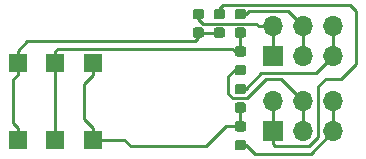
<source format=gbr>
G04 #@! TF.GenerationSoftware,KiCad,Pcbnew,(5.1.5)-3*
G04 #@! TF.CreationDate,2020-05-24T09:41:01+02:00*
G04 #@! TF.ProjectId,RiserBoard,52697365-7242-46f6-9172-642e6b696361,v0.0*
G04 #@! TF.SameCoordinates,Original*
G04 #@! TF.FileFunction,Copper,L1,Top*
G04 #@! TF.FilePolarity,Positive*
%FSLAX46Y46*%
G04 Gerber Fmt 4.6, Leading zero omitted, Abs format (unit mm)*
G04 Created by KiCad (PCBNEW (5.1.5)-3) date 2020-05-24 09:41:01*
%MOMM*%
%LPD*%
G04 APERTURE LIST*
%ADD10R,1.500000X1.500000*%
%ADD11R,1.700000X1.700000*%
%ADD12O,1.700000X1.700000*%
%ADD13C,0.100000*%
%ADD14C,0.250000*%
G04 APERTURE END LIST*
D10*
X134605000Y-88825000D03*
X134605000Y-95325000D03*
X131405000Y-88825000D03*
X131405000Y-95325000D03*
X128205000Y-88825000D03*
X128205000Y-95325000D03*
D11*
X149860000Y-94615000D03*
D12*
X149860000Y-92075000D03*
X152400000Y-94615000D03*
X152400000Y-92075000D03*
X154940000Y-94615000D03*
X154940000Y-92075000D03*
X154940000Y-85725000D03*
X154940000Y-88265000D03*
X152400000Y-85725000D03*
X152400000Y-88265000D03*
X149860000Y-85725000D03*
D11*
X149860000Y-88265000D03*
G04 #@! TA.AperFunction,SMDPad,CuDef*
D13*
G36*
X145565691Y-84247053D02*
G01*
X145586926Y-84250203D01*
X145607750Y-84255419D01*
X145627962Y-84262651D01*
X145647368Y-84271830D01*
X145665781Y-84282866D01*
X145683024Y-84295654D01*
X145698930Y-84310070D01*
X145713346Y-84325976D01*
X145726134Y-84343219D01*
X145737170Y-84361632D01*
X145746349Y-84381038D01*
X145753581Y-84401250D01*
X145758797Y-84422074D01*
X145761947Y-84443309D01*
X145763000Y-84464750D01*
X145763000Y-84902250D01*
X145761947Y-84923691D01*
X145758797Y-84944926D01*
X145753581Y-84965750D01*
X145746349Y-84985962D01*
X145737170Y-85005368D01*
X145726134Y-85023781D01*
X145713346Y-85041024D01*
X145698930Y-85056930D01*
X145683024Y-85071346D01*
X145665781Y-85084134D01*
X145647368Y-85095170D01*
X145627962Y-85104349D01*
X145607750Y-85111581D01*
X145586926Y-85116797D01*
X145565691Y-85119947D01*
X145544250Y-85121000D01*
X145031750Y-85121000D01*
X145010309Y-85119947D01*
X144989074Y-85116797D01*
X144968250Y-85111581D01*
X144948038Y-85104349D01*
X144928632Y-85095170D01*
X144910219Y-85084134D01*
X144892976Y-85071346D01*
X144877070Y-85056930D01*
X144862654Y-85041024D01*
X144849866Y-85023781D01*
X144838830Y-85005368D01*
X144829651Y-84985962D01*
X144822419Y-84965750D01*
X144817203Y-84944926D01*
X144814053Y-84923691D01*
X144813000Y-84902250D01*
X144813000Y-84464750D01*
X144814053Y-84443309D01*
X144817203Y-84422074D01*
X144822419Y-84401250D01*
X144829651Y-84381038D01*
X144838830Y-84361632D01*
X144849866Y-84343219D01*
X144862654Y-84325976D01*
X144877070Y-84310070D01*
X144892976Y-84295654D01*
X144910219Y-84282866D01*
X144928632Y-84271830D01*
X144948038Y-84262651D01*
X144968250Y-84255419D01*
X144989074Y-84250203D01*
X145010309Y-84247053D01*
X145031750Y-84246000D01*
X145544250Y-84246000D01*
X145565691Y-84247053D01*
G37*
G04 #@! TD.AperFunction*
G04 #@! TA.AperFunction,SMDPad,CuDef*
G36*
X145565691Y-85822053D02*
G01*
X145586926Y-85825203D01*
X145607750Y-85830419D01*
X145627962Y-85837651D01*
X145647368Y-85846830D01*
X145665781Y-85857866D01*
X145683024Y-85870654D01*
X145698930Y-85885070D01*
X145713346Y-85900976D01*
X145726134Y-85918219D01*
X145737170Y-85936632D01*
X145746349Y-85956038D01*
X145753581Y-85976250D01*
X145758797Y-85997074D01*
X145761947Y-86018309D01*
X145763000Y-86039750D01*
X145763000Y-86477250D01*
X145761947Y-86498691D01*
X145758797Y-86519926D01*
X145753581Y-86540750D01*
X145746349Y-86560962D01*
X145737170Y-86580368D01*
X145726134Y-86598781D01*
X145713346Y-86616024D01*
X145698930Y-86631930D01*
X145683024Y-86646346D01*
X145665781Y-86659134D01*
X145647368Y-86670170D01*
X145627962Y-86679349D01*
X145607750Y-86686581D01*
X145586926Y-86691797D01*
X145565691Y-86694947D01*
X145544250Y-86696000D01*
X145031750Y-86696000D01*
X145010309Y-86694947D01*
X144989074Y-86691797D01*
X144968250Y-86686581D01*
X144948038Y-86679349D01*
X144928632Y-86670170D01*
X144910219Y-86659134D01*
X144892976Y-86646346D01*
X144877070Y-86631930D01*
X144862654Y-86616024D01*
X144849866Y-86598781D01*
X144838830Y-86580368D01*
X144829651Y-86560962D01*
X144822419Y-86540750D01*
X144817203Y-86519926D01*
X144814053Y-86498691D01*
X144813000Y-86477250D01*
X144813000Y-86039750D01*
X144814053Y-86018309D01*
X144817203Y-85997074D01*
X144822419Y-85976250D01*
X144829651Y-85956038D01*
X144838830Y-85936632D01*
X144849866Y-85918219D01*
X144862654Y-85900976D01*
X144877070Y-85885070D01*
X144892976Y-85870654D01*
X144910219Y-85857866D01*
X144928632Y-85846830D01*
X144948038Y-85837651D01*
X144968250Y-85830419D01*
X144989074Y-85825203D01*
X145010309Y-85822053D01*
X145031750Y-85821000D01*
X145544250Y-85821000D01*
X145565691Y-85822053D01*
G37*
G04 #@! TD.AperFunction*
G04 #@! TA.AperFunction,SMDPad,CuDef*
G36*
X143787691Y-84247053D02*
G01*
X143808926Y-84250203D01*
X143829750Y-84255419D01*
X143849962Y-84262651D01*
X143869368Y-84271830D01*
X143887781Y-84282866D01*
X143905024Y-84295654D01*
X143920930Y-84310070D01*
X143935346Y-84325976D01*
X143948134Y-84343219D01*
X143959170Y-84361632D01*
X143968349Y-84381038D01*
X143975581Y-84401250D01*
X143980797Y-84422074D01*
X143983947Y-84443309D01*
X143985000Y-84464750D01*
X143985000Y-84902250D01*
X143983947Y-84923691D01*
X143980797Y-84944926D01*
X143975581Y-84965750D01*
X143968349Y-84985962D01*
X143959170Y-85005368D01*
X143948134Y-85023781D01*
X143935346Y-85041024D01*
X143920930Y-85056930D01*
X143905024Y-85071346D01*
X143887781Y-85084134D01*
X143869368Y-85095170D01*
X143849962Y-85104349D01*
X143829750Y-85111581D01*
X143808926Y-85116797D01*
X143787691Y-85119947D01*
X143766250Y-85121000D01*
X143253750Y-85121000D01*
X143232309Y-85119947D01*
X143211074Y-85116797D01*
X143190250Y-85111581D01*
X143170038Y-85104349D01*
X143150632Y-85095170D01*
X143132219Y-85084134D01*
X143114976Y-85071346D01*
X143099070Y-85056930D01*
X143084654Y-85041024D01*
X143071866Y-85023781D01*
X143060830Y-85005368D01*
X143051651Y-84985962D01*
X143044419Y-84965750D01*
X143039203Y-84944926D01*
X143036053Y-84923691D01*
X143035000Y-84902250D01*
X143035000Y-84464750D01*
X143036053Y-84443309D01*
X143039203Y-84422074D01*
X143044419Y-84401250D01*
X143051651Y-84381038D01*
X143060830Y-84361632D01*
X143071866Y-84343219D01*
X143084654Y-84325976D01*
X143099070Y-84310070D01*
X143114976Y-84295654D01*
X143132219Y-84282866D01*
X143150632Y-84271830D01*
X143170038Y-84262651D01*
X143190250Y-84255419D01*
X143211074Y-84250203D01*
X143232309Y-84247053D01*
X143253750Y-84246000D01*
X143766250Y-84246000D01*
X143787691Y-84247053D01*
G37*
G04 #@! TD.AperFunction*
G04 #@! TA.AperFunction,SMDPad,CuDef*
G36*
X143787691Y-85822053D02*
G01*
X143808926Y-85825203D01*
X143829750Y-85830419D01*
X143849962Y-85837651D01*
X143869368Y-85846830D01*
X143887781Y-85857866D01*
X143905024Y-85870654D01*
X143920930Y-85885070D01*
X143935346Y-85900976D01*
X143948134Y-85918219D01*
X143959170Y-85936632D01*
X143968349Y-85956038D01*
X143975581Y-85976250D01*
X143980797Y-85997074D01*
X143983947Y-86018309D01*
X143985000Y-86039750D01*
X143985000Y-86477250D01*
X143983947Y-86498691D01*
X143980797Y-86519926D01*
X143975581Y-86540750D01*
X143968349Y-86560962D01*
X143959170Y-86580368D01*
X143948134Y-86598781D01*
X143935346Y-86616024D01*
X143920930Y-86631930D01*
X143905024Y-86646346D01*
X143887781Y-86659134D01*
X143869368Y-86670170D01*
X143849962Y-86679349D01*
X143829750Y-86686581D01*
X143808926Y-86691797D01*
X143787691Y-86694947D01*
X143766250Y-86696000D01*
X143253750Y-86696000D01*
X143232309Y-86694947D01*
X143211074Y-86691797D01*
X143190250Y-86686581D01*
X143170038Y-86679349D01*
X143150632Y-86670170D01*
X143132219Y-86659134D01*
X143114976Y-86646346D01*
X143099070Y-86631930D01*
X143084654Y-86616024D01*
X143071866Y-86598781D01*
X143060830Y-86580368D01*
X143051651Y-86560962D01*
X143044419Y-86540750D01*
X143039203Y-86519926D01*
X143036053Y-86498691D01*
X143035000Y-86477250D01*
X143035000Y-86039750D01*
X143036053Y-86018309D01*
X143039203Y-85997074D01*
X143044419Y-85976250D01*
X143051651Y-85956038D01*
X143060830Y-85936632D01*
X143071866Y-85918219D01*
X143084654Y-85900976D01*
X143099070Y-85885070D01*
X143114976Y-85870654D01*
X143132219Y-85857866D01*
X143150632Y-85846830D01*
X143170038Y-85837651D01*
X143190250Y-85830419D01*
X143211074Y-85825203D01*
X143232309Y-85822053D01*
X143253750Y-85821000D01*
X143766250Y-85821000D01*
X143787691Y-85822053D01*
G37*
G04 #@! TD.AperFunction*
G04 #@! TA.AperFunction,SMDPad,CuDef*
G36*
X147343691Y-95347053D02*
G01*
X147364926Y-95350203D01*
X147385750Y-95355419D01*
X147405962Y-95362651D01*
X147425368Y-95371830D01*
X147443781Y-95382866D01*
X147461024Y-95395654D01*
X147476930Y-95410070D01*
X147491346Y-95425976D01*
X147504134Y-95443219D01*
X147515170Y-95461632D01*
X147524349Y-95481038D01*
X147531581Y-95501250D01*
X147536797Y-95522074D01*
X147539947Y-95543309D01*
X147541000Y-95564750D01*
X147541000Y-96002250D01*
X147539947Y-96023691D01*
X147536797Y-96044926D01*
X147531581Y-96065750D01*
X147524349Y-96085962D01*
X147515170Y-96105368D01*
X147504134Y-96123781D01*
X147491346Y-96141024D01*
X147476930Y-96156930D01*
X147461024Y-96171346D01*
X147443781Y-96184134D01*
X147425368Y-96195170D01*
X147405962Y-96204349D01*
X147385750Y-96211581D01*
X147364926Y-96216797D01*
X147343691Y-96219947D01*
X147322250Y-96221000D01*
X146809750Y-96221000D01*
X146788309Y-96219947D01*
X146767074Y-96216797D01*
X146746250Y-96211581D01*
X146726038Y-96204349D01*
X146706632Y-96195170D01*
X146688219Y-96184134D01*
X146670976Y-96171346D01*
X146655070Y-96156930D01*
X146640654Y-96141024D01*
X146627866Y-96123781D01*
X146616830Y-96105368D01*
X146607651Y-96085962D01*
X146600419Y-96065750D01*
X146595203Y-96044926D01*
X146592053Y-96023691D01*
X146591000Y-96002250D01*
X146591000Y-95564750D01*
X146592053Y-95543309D01*
X146595203Y-95522074D01*
X146600419Y-95501250D01*
X146607651Y-95481038D01*
X146616830Y-95461632D01*
X146627866Y-95443219D01*
X146640654Y-95425976D01*
X146655070Y-95410070D01*
X146670976Y-95395654D01*
X146688219Y-95382866D01*
X146706632Y-95371830D01*
X146726038Y-95362651D01*
X146746250Y-95355419D01*
X146767074Y-95350203D01*
X146788309Y-95347053D01*
X146809750Y-95346000D01*
X147322250Y-95346000D01*
X147343691Y-95347053D01*
G37*
G04 #@! TD.AperFunction*
G04 #@! TA.AperFunction,SMDPad,CuDef*
G36*
X147343691Y-93772053D02*
G01*
X147364926Y-93775203D01*
X147385750Y-93780419D01*
X147405962Y-93787651D01*
X147425368Y-93796830D01*
X147443781Y-93807866D01*
X147461024Y-93820654D01*
X147476930Y-93835070D01*
X147491346Y-93850976D01*
X147504134Y-93868219D01*
X147515170Y-93886632D01*
X147524349Y-93906038D01*
X147531581Y-93926250D01*
X147536797Y-93947074D01*
X147539947Y-93968309D01*
X147541000Y-93989750D01*
X147541000Y-94427250D01*
X147539947Y-94448691D01*
X147536797Y-94469926D01*
X147531581Y-94490750D01*
X147524349Y-94510962D01*
X147515170Y-94530368D01*
X147504134Y-94548781D01*
X147491346Y-94566024D01*
X147476930Y-94581930D01*
X147461024Y-94596346D01*
X147443781Y-94609134D01*
X147425368Y-94620170D01*
X147405962Y-94629349D01*
X147385750Y-94636581D01*
X147364926Y-94641797D01*
X147343691Y-94644947D01*
X147322250Y-94646000D01*
X146809750Y-94646000D01*
X146788309Y-94644947D01*
X146767074Y-94641797D01*
X146746250Y-94636581D01*
X146726038Y-94629349D01*
X146706632Y-94620170D01*
X146688219Y-94609134D01*
X146670976Y-94596346D01*
X146655070Y-94581930D01*
X146640654Y-94566024D01*
X146627866Y-94548781D01*
X146616830Y-94530368D01*
X146607651Y-94510962D01*
X146600419Y-94490750D01*
X146595203Y-94469926D01*
X146592053Y-94448691D01*
X146591000Y-94427250D01*
X146591000Y-93989750D01*
X146592053Y-93968309D01*
X146595203Y-93947074D01*
X146600419Y-93926250D01*
X146607651Y-93906038D01*
X146616830Y-93886632D01*
X146627866Y-93868219D01*
X146640654Y-93850976D01*
X146655070Y-93835070D01*
X146670976Y-93820654D01*
X146688219Y-93807866D01*
X146706632Y-93796830D01*
X146726038Y-93787651D01*
X146746250Y-93780419D01*
X146767074Y-93775203D01*
X146788309Y-93772053D01*
X146809750Y-93771000D01*
X147322250Y-93771000D01*
X147343691Y-93772053D01*
G37*
G04 #@! TD.AperFunction*
G04 #@! TA.AperFunction,SMDPad,CuDef*
G36*
X147343691Y-90597053D02*
G01*
X147364926Y-90600203D01*
X147385750Y-90605419D01*
X147405962Y-90612651D01*
X147425368Y-90621830D01*
X147443781Y-90632866D01*
X147461024Y-90645654D01*
X147476930Y-90660070D01*
X147491346Y-90675976D01*
X147504134Y-90693219D01*
X147515170Y-90711632D01*
X147524349Y-90731038D01*
X147531581Y-90751250D01*
X147536797Y-90772074D01*
X147539947Y-90793309D01*
X147541000Y-90814750D01*
X147541000Y-91252250D01*
X147539947Y-91273691D01*
X147536797Y-91294926D01*
X147531581Y-91315750D01*
X147524349Y-91335962D01*
X147515170Y-91355368D01*
X147504134Y-91373781D01*
X147491346Y-91391024D01*
X147476930Y-91406930D01*
X147461024Y-91421346D01*
X147443781Y-91434134D01*
X147425368Y-91445170D01*
X147405962Y-91454349D01*
X147385750Y-91461581D01*
X147364926Y-91466797D01*
X147343691Y-91469947D01*
X147322250Y-91471000D01*
X146809750Y-91471000D01*
X146788309Y-91469947D01*
X146767074Y-91466797D01*
X146746250Y-91461581D01*
X146726038Y-91454349D01*
X146706632Y-91445170D01*
X146688219Y-91434134D01*
X146670976Y-91421346D01*
X146655070Y-91406930D01*
X146640654Y-91391024D01*
X146627866Y-91373781D01*
X146616830Y-91355368D01*
X146607651Y-91335962D01*
X146600419Y-91315750D01*
X146595203Y-91294926D01*
X146592053Y-91273691D01*
X146591000Y-91252250D01*
X146591000Y-90814750D01*
X146592053Y-90793309D01*
X146595203Y-90772074D01*
X146600419Y-90751250D01*
X146607651Y-90731038D01*
X146616830Y-90711632D01*
X146627866Y-90693219D01*
X146640654Y-90675976D01*
X146655070Y-90660070D01*
X146670976Y-90645654D01*
X146688219Y-90632866D01*
X146706632Y-90621830D01*
X146726038Y-90612651D01*
X146746250Y-90605419D01*
X146767074Y-90600203D01*
X146788309Y-90597053D01*
X146809750Y-90596000D01*
X147322250Y-90596000D01*
X147343691Y-90597053D01*
G37*
G04 #@! TD.AperFunction*
G04 #@! TA.AperFunction,SMDPad,CuDef*
G36*
X147343691Y-92172053D02*
G01*
X147364926Y-92175203D01*
X147385750Y-92180419D01*
X147405962Y-92187651D01*
X147425368Y-92196830D01*
X147443781Y-92207866D01*
X147461024Y-92220654D01*
X147476930Y-92235070D01*
X147491346Y-92250976D01*
X147504134Y-92268219D01*
X147515170Y-92286632D01*
X147524349Y-92306038D01*
X147531581Y-92326250D01*
X147536797Y-92347074D01*
X147539947Y-92368309D01*
X147541000Y-92389750D01*
X147541000Y-92827250D01*
X147539947Y-92848691D01*
X147536797Y-92869926D01*
X147531581Y-92890750D01*
X147524349Y-92910962D01*
X147515170Y-92930368D01*
X147504134Y-92948781D01*
X147491346Y-92966024D01*
X147476930Y-92981930D01*
X147461024Y-92996346D01*
X147443781Y-93009134D01*
X147425368Y-93020170D01*
X147405962Y-93029349D01*
X147385750Y-93036581D01*
X147364926Y-93041797D01*
X147343691Y-93044947D01*
X147322250Y-93046000D01*
X146809750Y-93046000D01*
X146788309Y-93044947D01*
X146767074Y-93041797D01*
X146746250Y-93036581D01*
X146726038Y-93029349D01*
X146706632Y-93020170D01*
X146688219Y-93009134D01*
X146670976Y-92996346D01*
X146655070Y-92981930D01*
X146640654Y-92966024D01*
X146627866Y-92948781D01*
X146616830Y-92930368D01*
X146607651Y-92910962D01*
X146600419Y-92890750D01*
X146595203Y-92869926D01*
X146592053Y-92848691D01*
X146591000Y-92827250D01*
X146591000Y-92389750D01*
X146592053Y-92368309D01*
X146595203Y-92347074D01*
X146600419Y-92326250D01*
X146607651Y-92306038D01*
X146616830Y-92286632D01*
X146627866Y-92268219D01*
X146640654Y-92250976D01*
X146655070Y-92235070D01*
X146670976Y-92220654D01*
X146688219Y-92207866D01*
X146706632Y-92196830D01*
X146726038Y-92187651D01*
X146746250Y-92180419D01*
X146767074Y-92175203D01*
X146788309Y-92172053D01*
X146809750Y-92171000D01*
X147322250Y-92171000D01*
X147343691Y-92172053D01*
G37*
G04 #@! TD.AperFunction*
G04 #@! TA.AperFunction,SMDPad,CuDef*
G36*
X147343691Y-88997053D02*
G01*
X147364926Y-89000203D01*
X147385750Y-89005419D01*
X147405962Y-89012651D01*
X147425368Y-89021830D01*
X147443781Y-89032866D01*
X147461024Y-89045654D01*
X147476930Y-89060070D01*
X147491346Y-89075976D01*
X147504134Y-89093219D01*
X147515170Y-89111632D01*
X147524349Y-89131038D01*
X147531581Y-89151250D01*
X147536797Y-89172074D01*
X147539947Y-89193309D01*
X147541000Y-89214750D01*
X147541000Y-89652250D01*
X147539947Y-89673691D01*
X147536797Y-89694926D01*
X147531581Y-89715750D01*
X147524349Y-89735962D01*
X147515170Y-89755368D01*
X147504134Y-89773781D01*
X147491346Y-89791024D01*
X147476930Y-89806930D01*
X147461024Y-89821346D01*
X147443781Y-89834134D01*
X147425368Y-89845170D01*
X147405962Y-89854349D01*
X147385750Y-89861581D01*
X147364926Y-89866797D01*
X147343691Y-89869947D01*
X147322250Y-89871000D01*
X146809750Y-89871000D01*
X146788309Y-89869947D01*
X146767074Y-89866797D01*
X146746250Y-89861581D01*
X146726038Y-89854349D01*
X146706632Y-89845170D01*
X146688219Y-89834134D01*
X146670976Y-89821346D01*
X146655070Y-89806930D01*
X146640654Y-89791024D01*
X146627866Y-89773781D01*
X146616830Y-89755368D01*
X146607651Y-89735962D01*
X146600419Y-89715750D01*
X146595203Y-89694926D01*
X146592053Y-89673691D01*
X146591000Y-89652250D01*
X146591000Y-89214750D01*
X146592053Y-89193309D01*
X146595203Y-89172074D01*
X146600419Y-89151250D01*
X146607651Y-89131038D01*
X146616830Y-89111632D01*
X146627866Y-89093219D01*
X146640654Y-89075976D01*
X146655070Y-89060070D01*
X146670976Y-89045654D01*
X146688219Y-89032866D01*
X146706632Y-89021830D01*
X146726038Y-89012651D01*
X146746250Y-89005419D01*
X146767074Y-89000203D01*
X146788309Y-88997053D01*
X146809750Y-88996000D01*
X147322250Y-88996000D01*
X147343691Y-88997053D01*
G37*
G04 #@! TD.AperFunction*
G04 #@! TA.AperFunction,SMDPad,CuDef*
G36*
X147343691Y-87422053D02*
G01*
X147364926Y-87425203D01*
X147385750Y-87430419D01*
X147405962Y-87437651D01*
X147425368Y-87446830D01*
X147443781Y-87457866D01*
X147461024Y-87470654D01*
X147476930Y-87485070D01*
X147491346Y-87500976D01*
X147504134Y-87518219D01*
X147515170Y-87536632D01*
X147524349Y-87556038D01*
X147531581Y-87576250D01*
X147536797Y-87597074D01*
X147539947Y-87618309D01*
X147541000Y-87639750D01*
X147541000Y-88077250D01*
X147539947Y-88098691D01*
X147536797Y-88119926D01*
X147531581Y-88140750D01*
X147524349Y-88160962D01*
X147515170Y-88180368D01*
X147504134Y-88198781D01*
X147491346Y-88216024D01*
X147476930Y-88231930D01*
X147461024Y-88246346D01*
X147443781Y-88259134D01*
X147425368Y-88270170D01*
X147405962Y-88279349D01*
X147385750Y-88286581D01*
X147364926Y-88291797D01*
X147343691Y-88294947D01*
X147322250Y-88296000D01*
X146809750Y-88296000D01*
X146788309Y-88294947D01*
X146767074Y-88291797D01*
X146746250Y-88286581D01*
X146726038Y-88279349D01*
X146706632Y-88270170D01*
X146688219Y-88259134D01*
X146670976Y-88246346D01*
X146655070Y-88231930D01*
X146640654Y-88216024D01*
X146627866Y-88198781D01*
X146616830Y-88180368D01*
X146607651Y-88160962D01*
X146600419Y-88140750D01*
X146595203Y-88119926D01*
X146592053Y-88098691D01*
X146591000Y-88077250D01*
X146591000Y-87639750D01*
X146592053Y-87618309D01*
X146595203Y-87597074D01*
X146600419Y-87576250D01*
X146607651Y-87556038D01*
X146616830Y-87536632D01*
X146627866Y-87518219D01*
X146640654Y-87500976D01*
X146655070Y-87485070D01*
X146670976Y-87470654D01*
X146688219Y-87457866D01*
X146706632Y-87446830D01*
X146726038Y-87437651D01*
X146746250Y-87430419D01*
X146767074Y-87425203D01*
X146788309Y-87422053D01*
X146809750Y-87421000D01*
X147322250Y-87421000D01*
X147343691Y-87422053D01*
G37*
G04 #@! TD.AperFunction*
G04 #@! TA.AperFunction,SMDPad,CuDef*
G36*
X147343691Y-84247053D02*
G01*
X147364926Y-84250203D01*
X147385750Y-84255419D01*
X147405962Y-84262651D01*
X147425368Y-84271830D01*
X147443781Y-84282866D01*
X147461024Y-84295654D01*
X147476930Y-84310070D01*
X147491346Y-84325976D01*
X147504134Y-84343219D01*
X147515170Y-84361632D01*
X147524349Y-84381038D01*
X147531581Y-84401250D01*
X147536797Y-84422074D01*
X147539947Y-84443309D01*
X147541000Y-84464750D01*
X147541000Y-84902250D01*
X147539947Y-84923691D01*
X147536797Y-84944926D01*
X147531581Y-84965750D01*
X147524349Y-84985962D01*
X147515170Y-85005368D01*
X147504134Y-85023781D01*
X147491346Y-85041024D01*
X147476930Y-85056930D01*
X147461024Y-85071346D01*
X147443781Y-85084134D01*
X147425368Y-85095170D01*
X147405962Y-85104349D01*
X147385750Y-85111581D01*
X147364926Y-85116797D01*
X147343691Y-85119947D01*
X147322250Y-85121000D01*
X146809750Y-85121000D01*
X146788309Y-85119947D01*
X146767074Y-85116797D01*
X146746250Y-85111581D01*
X146726038Y-85104349D01*
X146706632Y-85095170D01*
X146688219Y-85084134D01*
X146670976Y-85071346D01*
X146655070Y-85056930D01*
X146640654Y-85041024D01*
X146627866Y-85023781D01*
X146616830Y-85005368D01*
X146607651Y-84985962D01*
X146600419Y-84965750D01*
X146595203Y-84944926D01*
X146592053Y-84923691D01*
X146591000Y-84902250D01*
X146591000Y-84464750D01*
X146592053Y-84443309D01*
X146595203Y-84422074D01*
X146600419Y-84401250D01*
X146607651Y-84381038D01*
X146616830Y-84361632D01*
X146627866Y-84343219D01*
X146640654Y-84325976D01*
X146655070Y-84310070D01*
X146670976Y-84295654D01*
X146688219Y-84282866D01*
X146706632Y-84271830D01*
X146726038Y-84262651D01*
X146746250Y-84255419D01*
X146767074Y-84250203D01*
X146788309Y-84247053D01*
X146809750Y-84246000D01*
X147322250Y-84246000D01*
X147343691Y-84247053D01*
G37*
G04 #@! TD.AperFunction*
G04 #@! TA.AperFunction,SMDPad,CuDef*
G36*
X147343691Y-85822053D02*
G01*
X147364926Y-85825203D01*
X147385750Y-85830419D01*
X147405962Y-85837651D01*
X147425368Y-85846830D01*
X147443781Y-85857866D01*
X147461024Y-85870654D01*
X147476930Y-85885070D01*
X147491346Y-85900976D01*
X147504134Y-85918219D01*
X147515170Y-85936632D01*
X147524349Y-85956038D01*
X147531581Y-85976250D01*
X147536797Y-85997074D01*
X147539947Y-86018309D01*
X147541000Y-86039750D01*
X147541000Y-86477250D01*
X147539947Y-86498691D01*
X147536797Y-86519926D01*
X147531581Y-86540750D01*
X147524349Y-86560962D01*
X147515170Y-86580368D01*
X147504134Y-86598781D01*
X147491346Y-86616024D01*
X147476930Y-86631930D01*
X147461024Y-86646346D01*
X147443781Y-86659134D01*
X147425368Y-86670170D01*
X147405962Y-86679349D01*
X147385750Y-86686581D01*
X147364926Y-86691797D01*
X147343691Y-86694947D01*
X147322250Y-86696000D01*
X146809750Y-86696000D01*
X146788309Y-86694947D01*
X146767074Y-86691797D01*
X146746250Y-86686581D01*
X146726038Y-86679349D01*
X146706632Y-86670170D01*
X146688219Y-86659134D01*
X146670976Y-86646346D01*
X146655070Y-86631930D01*
X146640654Y-86616024D01*
X146627866Y-86598781D01*
X146616830Y-86580368D01*
X146607651Y-86560962D01*
X146600419Y-86540750D01*
X146595203Y-86519926D01*
X146592053Y-86498691D01*
X146591000Y-86477250D01*
X146591000Y-86039750D01*
X146592053Y-86018309D01*
X146595203Y-85997074D01*
X146600419Y-85976250D01*
X146607651Y-85956038D01*
X146616830Y-85936632D01*
X146627866Y-85918219D01*
X146640654Y-85900976D01*
X146655070Y-85885070D01*
X146670976Y-85870654D01*
X146688219Y-85857866D01*
X146706632Y-85846830D01*
X146726038Y-85837651D01*
X146746250Y-85830419D01*
X146767074Y-85825203D01*
X146788309Y-85822053D01*
X146809750Y-85821000D01*
X147322250Y-85821000D01*
X147343691Y-85822053D01*
G37*
G04 #@! TD.AperFunction*
D14*
X128205000Y-94325000D02*
X128205000Y-95325000D01*
X127829999Y-90200001D02*
X127829999Y-93949999D01*
X128205000Y-89825000D02*
X127829999Y-90200001D01*
X127829999Y-93949999D02*
X128205000Y-94325000D01*
X128205000Y-88825000D02*
X128205000Y-89825000D01*
X145288000Y-86258500D02*
X143510000Y-86258500D01*
X128205000Y-87825000D02*
X129035000Y-86995000D01*
X128205000Y-88825000D02*
X128205000Y-87825000D01*
X143510000Y-86696000D02*
X143510000Y-86258500D01*
X143211000Y-86995000D02*
X143510000Y-86696000D01*
X129035000Y-86995000D02*
X143211000Y-86995000D01*
X134605000Y-94325000D02*
X134605000Y-95325000D01*
X133829999Y-93549999D02*
X134605000Y-94325000D01*
X133829999Y-90600001D02*
X133829999Y-93549999D01*
X134605000Y-89825000D02*
X133829999Y-90600001D01*
X134605000Y-88825000D02*
X134605000Y-89825000D01*
X147066000Y-92608500D02*
X147066000Y-94208500D01*
X144145000Y-95885000D02*
X145821500Y-94208500D01*
X137795000Y-95885000D02*
X144145000Y-95885000D01*
X134605000Y-95325000D02*
X137235000Y-95325000D01*
X145821500Y-94208500D02*
X147066000Y-94208500D01*
X137235000Y-95325000D02*
X137795000Y-95885000D01*
X131405000Y-95325000D02*
X131405000Y-88825000D01*
X131405000Y-87825000D02*
X131600000Y-87630000D01*
X131405000Y-88825000D02*
X131405000Y-87825000D01*
X146591000Y-87858500D02*
X147066000Y-87858500D01*
X146362500Y-87630000D02*
X146591000Y-87858500D01*
X131600000Y-87630000D02*
X146362500Y-87630000D01*
X147066000Y-86258500D02*
X147066000Y-87858500D01*
X152400000Y-92075000D02*
X152400000Y-94615000D01*
X150495000Y-90170000D02*
X152400000Y-92075000D01*
X147598990Y-91796010D02*
X149225000Y-90170000D01*
X146591000Y-89433500D02*
X146050000Y-89974500D01*
X147066000Y-89433500D02*
X146591000Y-89433500D01*
X146050000Y-89974500D02*
X146050000Y-91440000D01*
X149225000Y-90170000D02*
X150495000Y-90170000D01*
X146050000Y-91440000D02*
X146406010Y-91796010D01*
X146406010Y-91796010D02*
X147598990Y-91796010D01*
X154940000Y-92075000D02*
X154940000Y-94615000D01*
X147541000Y-95783500D02*
X148277500Y-96520000D01*
X147066000Y-95783500D02*
X147541000Y-95783500D01*
X153035000Y-96520000D02*
X154940000Y-94615000D01*
X148277500Y-96520000D02*
X153035000Y-96520000D01*
X154940000Y-85725000D02*
X154940000Y-88265000D01*
X154940000Y-88265000D02*
X153485009Y-89719991D01*
X153485009Y-89719991D02*
X148854509Y-89719991D01*
X147541000Y-91033500D02*
X147066000Y-91033500D01*
X148854509Y-89719991D02*
X147541000Y-91033500D01*
X152400000Y-85725000D02*
X152400000Y-88265000D01*
X147541000Y-84683500D02*
X147769500Y-84455000D01*
X147066000Y-84683500D02*
X147541000Y-84683500D01*
X151130000Y-84455000D02*
X152400000Y-85725000D01*
X147769500Y-84455000D02*
X151130000Y-84455000D01*
X149860000Y-92075000D02*
X149860000Y-94615000D01*
X149860000Y-95715000D02*
X150030000Y-95885000D01*
X149860000Y-94615000D02*
X149860000Y-95715000D01*
X152869002Y-95885000D02*
X153670000Y-95084002D01*
X150030000Y-95885000D02*
X152869002Y-95885000D01*
X153670000Y-95084002D02*
X153670000Y-90805000D01*
X153670000Y-90805000D02*
X154305000Y-90170000D01*
X154305000Y-90170000D02*
X155575000Y-90170000D01*
X155575000Y-90170000D02*
X156845000Y-88900000D01*
X156845000Y-88900000D02*
X156845000Y-84455000D01*
X145613010Y-83920990D02*
X145288000Y-84246000D01*
X145288000Y-84246000D02*
X145288000Y-84683500D01*
X156310990Y-83920990D02*
X145613010Y-83920990D01*
X156845000Y-84455000D02*
X156310990Y-83920990D01*
X149860000Y-85725000D02*
X149860000Y-88265000D01*
X143510000Y-85121000D02*
X143510000Y-84683500D01*
X143884990Y-85495990D02*
X143510000Y-85121000D01*
X148428909Y-85495990D02*
X143884990Y-85495990D01*
X148657919Y-85725000D02*
X148428909Y-85495990D01*
X149860000Y-85725000D02*
X148657919Y-85725000D01*
M02*

</source>
